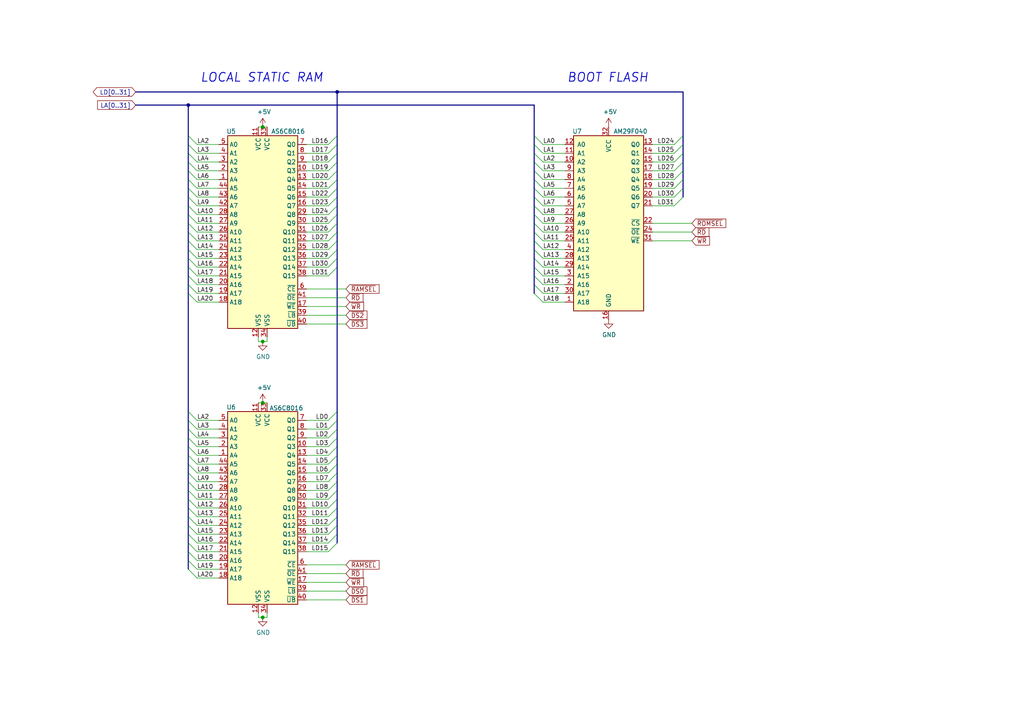
<source format=kicad_sch>
(kicad_sch (version 20231120) (generator "eeschema") (generator_version "8.0")
  (paper "A4")
  (title_block (title "k30p-VME") (rev "1"))
  (lib_symbols
    (symbol "Computie_Memory:AM29F040-J" (pin_names (offset 1.016))
      (property "Reference" "U" (at 0 0 0))
      (property "Value" "AM29F040-J" (at 0 2.54 0))
      (symbol "AM29F040-J_1_1"
        (rectangle (start -10.16 22.86) (end 10.16 -27.94) (stroke (width 0.254)) (fill (type background)))
        (pin input line (at -12.7 -25.4 0) (length 2.54) (name "A18") (number "1"))
        (pin input line (at -12.7 15.24 0) (length 2.54) (name "A2") (number "10"))
        (pin input line (at -12.7 17.78 0) (length 2.54) (name "A1") (number "11"))
        (pin input line (at -12.7 20.32 0) (length 2.54) (name "A0") (number "12"))
        (pin tri_state line (at 12.7 20.32 180) (length 2.54) (name "Q0") (number "13"))
        (pin tri_state line (at 12.7 17.78 180) (length 2.54) (name "Q1") (number "14"))
        (pin tri_state line (at 12.7 15.24 180) (length 2.54) (name "Q2") (number "15"))
        (pin power_in line (at 0 -30.48 90) (length 2.54) (name "GND") (number "16"))
        (pin tri_state line (at 12.7 12.7 180) (length 2.54) (name "Q3") (number "17"))
        (pin tri_state line (at 12.7 10.16 180) (length 2.54) (name "Q4") (number "18"))
        (pin tri_state line (at 12.7 7.62 180) (length 2.54) (name "Q5") (number "19"))
        (pin input line (at -12.7 -20.32 0) (length 2.54) (name "A16") (number "2"))
        (pin tri_state line (at 12.7 5.08 180) (length 2.54) (name "Q6") (number "20"))
        (pin tri_state line (at 12.7 2.54 180) (length 2.54) (name "Q7") (number "21"))
        (pin input line (at 12.7 -2.54 180) (length 2.54) (name "~{CS}") (number "22"))
        (pin input line (at -12.7 -5.08 0) (length 2.54) (name "A10") (number "23"))
        (pin input line (at 12.7 -5.08 180) (length 2.54) (name "~{OE}") (number "24"))
        (pin input line (at -12.7 -7.62 0) (length 2.54) (name "A11") (number "25"))
        (pin input line (at -12.7 -2.54 0) (length 2.54) (name "A9") (number "26"))
        (pin input line (at -12.7 0 0) (length 2.54) (name "A8") (number "27"))
        (pin input line (at -12.7 -12.7 0) (length 2.54) (name "A13") (number "28"))
        (pin input line (at -12.7 -15.24 0) (length 2.54) (name "A14") (number "29"))
        (pin input line (at -12.7 -17.78 0) (length 2.54) (name "A15") (number "3"))
        (pin input line (at -12.7 -22.86 0) (length 2.54) (name "A17") (number "30"))
        (pin input line (at 12.7 -7.62 180) (length 2.54) (name "~{WE}") (number "31"))
        (pin power_in line (at 0 25.4 270) (length 2.54) (name "VCC") (number "32"))
        (pin input line (at -12.7 -10.16 0) (length 2.54) (name "A12") (number "4"))
        (pin input line (at -12.7 2.54 0) (length 2.54) (name "A7") (number "5"))
        (pin input line (at -12.7 5.08 0) (length 2.54) (name "A6") (number "6"))
        (pin input line (at -12.7 7.62 0) (length 2.54) (name "A5") (number "7"))
        (pin input line (at -12.7 10.16 0) (length 2.54) (name "A4") (number "8"))
        (pin input line (at -12.7 12.7 0) (length 2.54) (name "A3") (number "9"))
      )
    )
    (symbol "Computie_Memory:AS6C8016-55ZIN"
      (property "Reference" "U" (at 0 -1.27 0))
      (property "Value" "AS6C8016-55ZIN" (at 0 1.27 0))
      (symbol "AS6C8016-55ZIN_0_0"
        (pin power_in line (at -1.27 27.94 270) (length 2.54) (name "VCC") (number "11"))
        (pin power_in line (at -1.27 -33.02 90) (length 2.54) (name "VSS") (number "12"))
        (pin power_in line (at 1.27 27.94 270) (length 2.54) (name "VCC") (number "33"))
        (pin power_in line (at 1.27 -33.02 90) (length 2.54) (name "VSS") (number "34"))
      )
      (symbol "AS6C8016-55ZIN_0_1"
        (rectangle (start -10.16 25.4) (end 10.16 -30.48) (stroke (width 0.254)) (fill (type background)))
      )
      (symbol "AS6C8016-55ZIN_1_1"
        (pin input line (at -12.7 12.7 0) (length 2.54) (name "A4") (number "1"))
        (pin tri_state line (at 12.7 15.24 180) (length 2.54) (name "Q3") (number "10"))
        (pin tri_state line (at 12.7 12.7 180) (length 2.54) (name "Q4") (number "13"))
        (pin tri_state line (at 12.7 10.16 180) (length 2.54) (name "Q5") (number "14"))
        (pin tri_state line (at 12.7 7.62 180) (length 2.54) (name "Q6") (number "15"))
        (pin tri_state line (at 12.7 5.08 180) (length 2.54) (name "Q7") (number "16"))
        (pin input line (at 12.7 -24.13 180) (length 2.54) (name "~{WE}") (number "17"))
        (pin input line (at -12.7 -22.86 0) (length 2.54) (name "A18") (number "18"))
        (pin input line (at -12.7 -20.32 0) (length 2.54) (name "A17") (number "19"))
        (pin input line (at -12.7 15.24 0) (length 2.54) (name "A3") (number "2"))
        (pin input line (at -12.7 -17.78 0) (length 2.54) (name "A16") (number "20"))
        (pin input line (at -12.7 -15.24 0) (length 2.54) (name "A15") (number "21"))
        (pin input line (at -12.7 -12.7 0) (length 2.54) (name "A14") (number "22"))
        (pin input line (at -12.7 -10.16 0) (length 2.54) (name "A13") (number "23"))
        (pin input line (at -12.7 -7.62 0) (length 2.54) (name "A12") (number "24"))
        (pin input line (at -12.7 -5.08 0) (length 2.54) (name "A11") (number "25"))
        (pin input line (at -12.7 -2.54 0) (length 2.54) (name "A10") (number "26"))
        (pin input line (at -12.7 0 0) (length 2.54) (name "A9") (number "27"))
        (pin input line (at -12.7 2.54 0) (length 2.54) (name "A8") (number "28"))
        (pin tri_state line (at 12.7 2.54 180) (length 2.54) (name "Q8") (number "29"))
        (pin input line (at -12.7 17.78 0) (length 2.54) (name "A2") (number "3"))
        (pin tri_state line (at 12.7 0 180) (length 2.54) (name "Q9") (number "30"))
        (pin tri_state line (at 12.7 -2.54 180) (length 2.54) (name "Q10") (number "31"))
        (pin tri_state line (at 12.7 -5.08 180) (length 2.54) (name "Q11") (number "32"))
        (pin tri_state line (at 12.7 -7.62 180) (length 2.54) (name "Q12") (number "35"))
        (pin tri_state line (at 12.7 -10.16 180) (length 2.54) (name "Q13") (number "36"))
        (pin tri_state line (at 12.7 -12.7 180) (length 2.54) (name "Q14") (number "37"))
        (pin tri_state line (at 12.7 -15.24 180) (length 2.54) (name "Q15") (number "38"))
        (pin input line (at 12.7 -26.67 180) (length 2.54) (name "~{LB}") (number "39"))
        (pin input line (at -12.7 20.32 0) (length 2.54) (name "A1") (number "4"))
        (pin input line (at 12.7 -29.21 180) (length 2.54) (name "~{UB}") (number "40"))
        (pin input line (at 12.7 -21.59 180) (length 2.54) (name "~{OE}") (number "41"))
        (pin input line (at -12.7 5.08 0) (length 2.54) (name "A7") (number "42"))
        (pin input line (at -12.7 7.62 0) (length 2.54) (name "A6") (number "43"))
        (pin input line (at -12.7 10.16 0) (length 2.54) (name "A5") (number "44"))
        (pin input line (at -12.7 22.86 0) (length 2.54) (name "A0") (number "5"))
        (pin input line (at 12.7 -19.05 180) (length 2.54) (name "~{CE}") (number "6"))
        (pin tri_state line (at 12.7 22.86 180) (length 2.54) (name "Q0") (number "7"))
        (pin tri_state line (at 12.7 20.32 180) (length 2.54) (name "Q1") (number "8"))
        (pin tri_state line (at 12.7 17.78 180) (length 2.54) (name "Q2") (number "9"))
      )
    )
    (symbol "power:+5V" (power) (pin_numbers hide) (pin_names (offset 0) hide)
      (property "Value" "+5V" (at 0 3.556 0))
      (symbol "+5V_0_1"
        (polyline (pts (xy -0.762 1.27) (xy 0 2.54)))
        (polyline (pts (xy 0 0) (xy 0 2.54)))
        (polyline (pts (xy 0 2.54) (xy 0.762 1.27)))
      )
      (symbol "+5V_1_1"
        (pin power_in line (at 0 0 90) (length 0) (name "~") (number "1"))
      )
    )
    (symbol "power:GND" (power) (pin_numbers hide) (pin_names (offset 0) hide)
      (property "Value" "GND" (at 0 -3.81 0))
      (symbol "GND_0_1"
        (polyline (pts (xy 0 0) (xy 0 -1.27) (xy 1.27 -1.27) (xy 0 -2.54) (xy -1.27 -1.27) (xy 0 -1.27)))
      )
      (symbol "GND_1_1"
        (pin power_in line (at 0 0 270) (length 0) (name "~") (number "1"))
      )
    )
  )
  (junction (at 54.61 30.48))
  (junction (at 97.79 26.67))
  (junction (at 76.2 99.06))
  (junction (at 76.2 36.83))
  (junction (at 76.2 179.07))
  (junction (at 76.2 116.84))
  (bus_entry (at 54.61 49.53) (size 2.54 2.54))
  (bus_entry (at 195.58 46.99) (size 2.54 -2.54))
  (bus_entry (at 154.94 67.31) (size 2.54 2.54))
  (bus_entry (at 95.25 54.61) (size 2.54 -2.54))
  (bus_entry (at 154.94 39.37) (size 2.54 2.54))
  (bus_entry (at 54.61 154.94) (size 2.54 2.54))
  (bus_entry (at 95.25 44.45) (size 2.54 -2.54))
  (bus_entry (at 95.25 77.47) (size 2.54 -2.54))
  (bus_entry (at 54.61 162.56) (size 2.54 2.54))
  (bus_entry (at 154.94 62.23) (size 2.54 2.54))
  (bus_entry (at 95.25 127) (size 2.54 -2.54))
  (bus_entry (at 54.61 62.23) (size 2.54 2.54))
  (bus_entry (at 95.25 121.92) (size 2.54 -2.54))
  (bus_entry (at 154.94 52.07) (size 2.54 2.54))
  (bus_entry (at 195.58 52.07) (size 2.54 -2.54))
  (bus_entry (at 95.25 72.39) (size 2.54 -2.54))
  (bus_entry (at 95.25 149.86) (size 2.54 -2.54))
  (bus_entry (at 54.61 165.1) (size 2.54 2.54))
  (bus_entry (at 54.61 127) (size 2.54 2.54))
  (bus_entry (at 154.94 44.45) (size 2.54 2.54))
  (bus_entry (at 54.61 134.62) (size 2.54 2.54))
  (bus_entry (at 54.61 52.07) (size 2.54 2.54))
  (bus_entry (at 54.61 147.32) (size 2.54 2.54))
  (bus_entry (at 54.61 46.99) (size 2.54 2.54))
  (bus_entry (at 95.25 69.85) (size 2.54 -2.54))
  (bus_entry (at 154.94 72.39) (size 2.54 2.54))
  (bus_entry (at 154.94 59.69) (size 2.54 2.54))
  (bus_entry (at 54.61 82.55) (size 2.54 2.54))
  (bus_entry (at 54.61 69.85) (size 2.54 2.54))
  (bus_entry (at 95.25 80.01) (size 2.54 -2.54))
  (bus_entry (at 54.61 59.69) (size 2.54 2.54))
  (bus_entry (at 95.25 129.54) (size 2.54 -2.54))
  (bus_entry (at 195.58 54.61) (size 2.54 -2.54))
  (bus_entry (at 95.25 64.77) (size 2.54 -2.54))
  (bus_entry (at 95.25 152.4) (size 2.54 -2.54))
  (bus_entry (at 54.61 160.02) (size 2.54 2.54))
  (bus_entry (at 154.94 82.55) (size 2.54 2.54))
  (bus_entry (at 95.25 132.08) (size 2.54 -2.54))
  (bus_entry (at 95.25 139.7) (size 2.54 -2.54))
  (bus_entry (at 54.61 124.46) (size 2.54 2.54))
  (bus_entry (at 154.94 77.47) (size 2.54 2.54))
  (bus_entry (at 54.61 157.48) (size 2.54 2.54))
  (bus_entry (at 54.61 80.01) (size 2.54 2.54))
  (bus_entry (at 54.61 67.31) (size 2.54 2.54))
  (bus_entry (at 95.25 52.07) (size 2.54 -2.54))
  (bus_entry (at 54.61 119.38) (size 2.54 2.54))
  (bus_entry (at 95.25 46.99) (size 2.54 -2.54))
  (bus_entry (at 154.94 74.93) (size 2.54 2.54))
  (bus_entry (at 54.61 44.45) (size 2.54 2.54))
  (bus_entry (at 95.25 137.16) (size 2.54 -2.54))
  (bus_entry (at 95.25 41.91) (size 2.54 -2.54))
  (bus_entry (at 154.94 64.77) (size 2.54 2.54))
  (bus_entry (at 54.61 41.91) (size 2.54 2.54))
  (bus_entry (at 54.61 85.09) (size 2.54 2.54))
  (bus_entry (at 54.61 39.37) (size 2.54 2.54))
  (bus_entry (at 54.61 129.54) (size 2.54 2.54))
  (bus_entry (at 154.94 80.01) (size 2.54 2.54))
  (bus_entry (at 95.25 147.32) (size 2.54 -2.54))
  (bus_entry (at 54.61 142.24) (size 2.54 2.54))
  (bus_entry (at 154.94 46.99) (size 2.54 2.54))
  (bus_entry (at 154.94 57.15) (size 2.54 2.54))
  (bus_entry (at 54.61 72.39) (size 2.54 2.54))
  (bus_entry (at 154.94 69.85) (size 2.54 2.54))
  (bus_entry (at 95.25 157.48) (size 2.54 -2.54))
  (bus_entry (at 54.61 152.4) (size 2.54 2.54))
  (bus_entry (at 54.61 139.7) (size 2.54 2.54))
  (bus_entry (at 54.61 64.77) (size 2.54 2.54))
  (bus_entry (at 54.61 149.86) (size 2.54 2.54))
  (bus_entry (at 54.61 121.92) (size 2.54 2.54))
  (bus_entry (at 195.58 41.91) (size 2.54 -2.54))
  (bus_entry (at 95.25 67.31) (size 2.54 -2.54))
  (bus_entry (at 54.61 137.16) (size 2.54 2.54))
  (bus_entry (at 95.25 59.69) (size 2.54 -2.54))
  (bus_entry (at 95.25 160.02) (size 2.54 -2.54))
  (bus_entry (at 95.25 49.53) (size 2.54 -2.54))
  (bus_entry (at 195.58 44.45) (size 2.54 -2.54))
  (bus_entry (at 195.58 59.69) (size 2.54 -2.54))
  (bus_entry (at 95.25 124.46) (size 2.54 -2.54))
  (bus_entry (at 95.25 74.93) (size 2.54 -2.54))
  (bus_entry (at 95.25 62.23) (size 2.54 -2.54))
  (bus_entry (at 154.94 85.09) (size 2.54 2.54))
  (bus_entry (at 54.61 132.08) (size 2.54 2.54))
  (bus_entry (at 95.25 134.62) (size 2.54 -2.54))
  (bus_entry (at 195.58 49.53) (size 2.54 -2.54))
  (bus_entry (at 154.94 54.61) (size 2.54 2.54))
  (bus_entry (at 54.61 74.93) (size 2.54 2.54))
  (bus_entry (at 154.94 49.53) (size 2.54 2.54))
  (bus_entry (at 95.25 57.15) (size 2.54 -2.54))
  (bus_entry (at 54.61 57.15) (size 2.54 2.54))
  (bus_entry (at 95.25 144.78) (size 2.54 -2.54))
  (bus_entry (at 195.58 57.15) (size 2.54 -2.54))
  (bus_entry (at 95.25 154.94) (size 2.54 -2.54))
  (bus_entry (at 95.25 142.24) (size 2.54 -2.54))
  (bus_entry (at 54.61 77.47) (size 2.54 2.54))
  (bus_entry (at 154.94 41.91) (size 2.54 2.54))
  (bus_entry (at 54.61 54.61) (size 2.54 2.54))
  (bus_entry (at 54.61 144.78) (size 2.54 2.54))
  (bus (pts (xy 54.61 121.92) (xy 54.61 124.46)))
  (wire (pts (xy 88.9 142.24) (xy 95.25 142.24)))
  (bus (pts (xy 97.79 26.67) (xy 97.79 39.37)))
  (wire (pts (xy 88.9 163.83) (xy 100.33 163.83)))
  (wire (pts (xy 57.15 165.1) (xy 63.5 165.1)))
  (wire (pts (xy 57.15 154.94) (xy 63.5 154.94)))
  (bus (pts (xy 97.79 72.39) (xy 97.79 74.93)))
  (bus (pts (xy 97.79 152.4) (xy 97.79 154.94)))
  (wire (pts (xy 88.9 166.37) (xy 100.33 166.37)))
  (wire (pts (xy 157.48 85.09) (xy 163.83 85.09)))
  (bus (pts (xy 154.94 64.77) (xy 154.94 67.31)))
  (bus (pts (xy 54.61 127) (xy 54.61 129.54)))
  (wire (pts (xy 57.15 142.24) (xy 63.5 142.24)))
  (wire (pts (xy 88.9 124.46) (xy 95.25 124.46)))
  (bus (pts (xy 54.61 64.77) (xy 54.61 67.31)))
  (bus (pts (xy 154.94 80.01) (xy 154.94 82.55)))
  (bus (pts (xy 198.12 39.37) (xy 198.12 41.91)))
  (wire (pts (xy 157.48 82.55) (xy 163.83 82.55)))
  (wire (pts (xy 57.15 44.45) (xy 63.5 44.45)))
  (bus (pts (xy 97.79 124.46) (xy 97.79 127)))
  (wire (pts (xy 88.9 74.93) (xy 95.25 74.93)))
  (wire (pts (xy 88.9 132.08) (xy 95.25 132.08)))
  (wire (pts (xy 57.15 167.64) (xy 63.5 167.64)))
  (bus (pts (xy 97.79 54.61) (xy 97.79 57.15)))
  (wire (pts (xy 88.9 80.01) (xy 95.25 80.01)))
  (wire (pts (xy 57.15 147.32) (xy 63.5 147.32)))
  (bus (pts (xy 154.94 41.91) (xy 154.94 44.45)))
  (wire (pts (xy 88.9 86.36) (xy 100.33 86.36)))
  (bus (pts (xy 54.61 147.32) (xy 54.61 149.86)))
  (wire (pts (xy 157.48 80.01) (xy 163.83 80.01)))
  (bus (pts (xy 154.94 30.48) (xy 154.94 39.37)))
  (wire (pts (xy 57.15 52.07) (xy 63.5 52.07)))
  (wire (pts (xy 157.48 87.63) (xy 163.83 87.63)))
  (bus (pts (xy 97.79 132.08) (xy 97.79 134.62)))
  (bus (pts (xy 54.61 39.37) (xy 54.61 41.91)))
  (bus (pts (xy 198.12 54.61) (xy 198.12 57.15)))
  (wire (pts (xy 88.9 168.91) (xy 100.33 168.91)))
  (bus (pts (xy 54.61 30.48) (xy 54.61 39.37)))
  (wire (pts (xy 88.9 152.4) (xy 95.25 152.4)))
  (wire (pts (xy 157.48 67.31) (xy 163.83 67.31)))
  (wire (pts (xy 88.9 46.99) (xy 95.25 46.99)))
  (bus (pts (xy 54.61 67.31) (xy 54.61 69.85)))
  (bus (pts (xy 97.79 41.91) (xy 97.79 44.45)))
  (bus (pts (xy 54.61 154.94) (xy 54.61 157.48)))
  (bus (pts (xy 97.79 39.37) (xy 97.79 41.91)))
  (bus (pts (xy 97.79 46.99) (xy 97.79 49.53)))
  (wire (pts (xy 57.15 129.54) (xy 63.5 129.54)))
  (bus (pts (xy 54.61 119.38) (xy 54.61 121.92)))
  (bus (pts (xy 198.12 44.45) (xy 198.12 46.99)))
  (bus (pts (xy 54.61 49.53) (xy 54.61 52.07)))
  (wire (pts (xy 74.93 36.83) (xy 76.2 36.83)))
  (bus (pts (xy 97.79 119.38) (xy 97.79 121.92)))
  (bus (pts (xy 54.61 69.85) (xy 54.61 72.39)))
  (wire (pts (xy 74.93 99.06) (xy 76.2 99.06)))
  (bus (pts (xy 154.94 82.55) (xy 154.94 85.09)))
  (wire (pts (xy 88.9 171.45) (xy 100.33 171.45)))
  (bus (pts (xy 54.61 57.15) (xy 54.61 59.69)))
  (wire (pts (xy 157.48 72.39) (xy 163.83 72.39)))
  (wire (pts (xy 88.9 134.62) (xy 95.25 134.62)))
  (wire (pts (xy 189.23 67.31) (xy 200.66 67.31)))
  (bus (pts (xy 154.94 57.15) (xy 154.94 59.69)))
  (wire (pts (xy 157.48 59.69) (xy 163.83 59.69)))
  (bus (pts (xy 54.61 52.07) (xy 54.61 54.61)))
  (wire (pts (xy 57.15 162.56) (xy 63.5 162.56)))
  (bus (pts (xy 97.79 69.85) (xy 97.79 72.39)))
  (wire (pts (xy 76.2 99.06) (xy 77.47 99.06)))
  (bus (pts (xy 54.61 72.39) (xy 54.61 74.93)))
  (bus (pts (xy 154.94 72.39) (xy 154.94 74.93)))
  (wire (pts (xy 57.15 127) (xy 63.5 127)))
  (wire (pts (xy 88.9 157.48) (xy 95.25 157.48)))
  (wire (pts (xy 77.47 99.06) (xy 77.47 97.79)))
  (bus (pts (xy 154.94 44.45) (xy 154.94 46.99)))
  (wire (pts (xy 88.9 173.99) (xy 100.33 173.99)))
  (bus (pts (xy 54.61 30.48) (xy 39.37 30.48)))
  (bus (pts (xy 54.61 134.62) (xy 54.61 137.16)))
  (wire (pts (xy 189.23 54.61) (xy 195.58 54.61)))
  (bus (pts (xy 54.61 44.45) (xy 54.61 46.99)))
  (wire (pts (xy 88.9 91.44) (xy 100.33 91.44)))
  (bus (pts (xy 97.79 62.23) (xy 97.79 64.77)))
  (wire (pts (xy 88.9 72.39) (xy 95.25 72.39)))
  (bus (pts (xy 97.79 77.47) (xy 97.79 119.38)))
  (bus (pts (xy 54.61 157.48) (xy 54.61 160.02)))
  (wire (pts (xy 88.9 77.47) (xy 95.25 77.47)))
  (bus (pts (xy 54.61 139.7) (xy 54.61 142.24)))
  (wire (pts (xy 88.9 88.9) (xy 100.33 88.9)))
  (bus (pts (xy 54.61 132.08) (xy 54.61 134.62)))
  (wire (pts (xy 57.15 87.63) (xy 63.5 87.63)))
  (wire (pts (xy 189.23 57.15) (xy 195.58 57.15)))
  (wire (pts (xy 157.48 41.91) (xy 163.83 41.91)))
  (wire (pts (xy 88.9 49.53) (xy 95.25 49.53)))
  (wire (pts (xy 57.15 72.39) (xy 63.5 72.39)))
  (wire (pts (xy 88.9 59.69) (xy 95.25 59.69)))
  (bus (pts (xy 97.79 147.32) (xy 97.79 149.86)))
  (bus (pts (xy 97.79 44.45) (xy 97.79 46.99)))
  (wire (pts (xy 57.15 157.48) (xy 63.5 157.48)))
  (bus (pts (xy 154.94 39.37) (xy 154.94 41.91)))
  (wire (pts (xy 57.15 85.09) (xy 63.5 85.09)))
  (bus (pts (xy 154.94 59.69) (xy 154.94 62.23)))
  (bus (pts (xy 54.61 41.91) (xy 54.61 44.45)))
  (wire (pts (xy 88.9 121.92) (xy 95.25 121.92)))
  (wire (pts (xy 74.93 177.8) (xy 74.93 179.07)))
  (wire (pts (xy 57.15 149.86) (xy 63.5 149.86)))
  (bus (pts (xy 97.79 149.86) (xy 97.79 152.4)))
  (wire (pts (xy 57.15 62.23) (xy 63.5 62.23)))
  (wire (pts (xy 88.9 69.85) (xy 95.25 69.85)))
  (bus (pts (xy 97.79 154.94) (xy 97.79 157.48)))
  (wire (pts (xy 88.9 54.61) (xy 95.25 54.61)))
  (wire (pts (xy 157.48 49.53) (xy 163.83 49.53)))
  (bus (pts (xy 97.79 57.15) (xy 97.79 59.69)))
  (bus (pts (xy 97.79 59.69) (xy 97.79 62.23)))
  (wire (pts (xy 76.2 36.83) (xy 77.47 36.83)))
  (bus (pts (xy 54.61 46.99) (xy 54.61 49.53)))
  (wire (pts (xy 77.47 116.84) (xy 76.2 116.84)))
  (bus (pts (xy 198.12 46.99) (xy 198.12 49.53)))
  (wire (pts (xy 157.48 57.15) (xy 163.83 57.15)))
  (wire (pts (xy 88.9 144.78) (xy 95.25 144.78)))
  (wire (pts (xy 74.93 116.84) (xy 76.2 116.84)))
  (wire (pts (xy 57.15 67.31) (xy 63.5 67.31)))
  (bus (pts (xy 54.61 160.02) (xy 54.61 162.56)))
  (bus (pts (xy 154.94 30.48) (xy 54.61 30.48)))
  (wire (pts (xy 88.9 64.77) (xy 95.25 64.77)))
  (bus (pts (xy 97.79 127) (xy 97.79 129.54)))
  (bus (pts (xy 54.61 129.54) (xy 54.61 132.08)))
  (bus (pts (xy 54.61 144.78) (xy 54.61 147.32)))
  (bus (pts (xy 97.79 139.7) (xy 97.79 142.24)))
  (wire (pts (xy 88.9 57.15) (xy 95.25 57.15)))
  (bus (pts (xy 154.94 46.99) (xy 154.94 49.53)))
  (bus (pts (xy 54.61 124.46) (xy 54.61 127)))
  (wire (pts (xy 157.48 62.23) (xy 163.83 62.23)))
  (bus (pts (xy 154.94 62.23) (xy 154.94 64.77)))
  (wire (pts (xy 88.9 67.31) (xy 95.25 67.31)))
  (wire (pts (xy 57.15 69.85) (xy 63.5 69.85)))
  (wire (pts (xy 57.15 144.78) (xy 63.5 144.78)))
  (bus (pts (xy 97.79 129.54) (xy 97.79 132.08)))
  (wire (pts (xy 57.15 49.53) (xy 63.5 49.53)))
  (wire (pts (xy 157.48 54.61) (xy 163.83 54.61)))
  (bus (pts (xy 54.61 77.47) (xy 54.61 80.01)))
  (wire (pts (xy 88.9 149.86) (xy 95.25 149.86)))
  (wire (pts (xy 189.23 41.91) (xy 195.58 41.91)))
  (wire (pts (xy 57.15 77.47) (xy 63.5 77.47)))
  (wire (pts (xy 57.15 41.91) (xy 63.5 41.91)))
  (bus (pts (xy 97.79 64.77) (xy 97.79 67.31)))
  (bus (pts (xy 54.61 137.16) (xy 54.61 139.7)))
  (wire (pts (xy 157.48 44.45) (xy 163.83 44.45)))
  (wire (pts (xy 88.9 44.45) (xy 95.25 44.45)))
  (wire (pts (xy 57.15 132.08) (xy 63.5 132.08)))
  (bus (pts (xy 198.12 52.07) (xy 198.12 54.61)))
  (bus (pts (xy 198.12 49.53) (xy 198.12 52.07)))
  (bus (pts (xy 54.61 152.4) (xy 54.61 154.94)))
  (bus (pts (xy 54.61 82.55) (xy 54.61 85.09)))
  (wire (pts (xy 57.15 82.55) (xy 63.5 82.55)))
  (wire (pts (xy 76.2 179.07) (xy 77.47 179.07)))
  (wire (pts (xy 57.15 134.62) (xy 63.5 134.62)))
  (wire (pts (xy 57.15 64.77) (xy 63.5 64.77)))
  (bus (pts (xy 54.61 149.86) (xy 54.61 152.4)))
  (wire (pts (xy 57.15 152.4) (xy 63.5 152.4)))
  (bus (pts (xy 54.61 59.69) (xy 54.61 62.23)))
  (bus (pts (xy 154.94 49.53) (xy 154.94 52.07)))
  (wire (pts (xy 189.23 52.07) (xy 195.58 52.07)))
  (bus (pts (xy 97.79 134.62) (xy 97.79 137.16)))
  (bus (pts (xy 97.79 49.53) (xy 97.79 52.07)))
  (bus (pts (xy 97.79 121.92) (xy 97.79 124.46)))
  (wire (pts (xy 77.47 179.07) (xy 77.47 177.8)))
  (wire (pts (xy 189.23 49.53) (xy 195.58 49.53)))
  (wire (pts (xy 57.15 139.7) (xy 63.5 139.7)))
  (wire (pts (xy 57.15 121.92) (xy 63.5 121.92)))
  (wire (pts (xy 88.9 160.02) (xy 95.25 160.02)))
  (wire (pts (xy 189.23 59.69) (xy 195.58 59.69)))
  (wire (pts (xy 88.9 129.54) (xy 95.25 129.54)))
  (bus (pts (xy 154.94 77.47) (xy 154.94 80.01)))
  (bus (pts (xy 198.12 41.91) (xy 198.12 44.45)))
  (bus (pts (xy 97.79 144.78) (xy 97.79 147.32)))
  (bus (pts (xy 54.61 162.56) (xy 54.61 165.1)))
  (wire (pts (xy 157.48 52.07) (xy 163.83 52.07)))
  (bus (pts (xy 97.79 67.31) (xy 97.79 69.85)))
  (wire (pts (xy 74.93 179.07) (xy 76.2 179.07)))
  (wire (pts (xy 57.15 74.93) (xy 63.5 74.93)))
  (wire (pts (xy 88.9 52.07) (xy 95.25 52.07)))
  (wire (pts (xy 189.23 44.45) (xy 195.58 44.45)))
  (wire (pts (xy 88.9 137.16) (xy 95.25 137.16)))
  (bus (pts (xy 54.61 74.93) (xy 54.61 77.47)))
  (wire (pts (xy 88.9 62.23) (xy 95.25 62.23)))
  (wire (pts (xy 157.48 64.77) (xy 163.83 64.77)))
  (wire (pts (xy 157.48 74.93) (xy 163.83 74.93)))
  (wire (pts (xy 57.15 137.16) (xy 63.5 137.16)))
  (wire (pts (xy 74.93 97.79) (xy 74.93 99.06)))
  (bus (pts (xy 97.79 142.24) (xy 97.79 144.78)))
  (bus (pts (xy 154.94 69.85) (xy 154.94 72.39)))
  (wire (pts (xy 88.9 147.32) (xy 95.25 147.32)))
  (bus (pts (xy 97.79 74.93) (xy 97.79 77.47)))
  (wire (pts (xy 57.15 46.99) (xy 63.5 46.99)))
  (wire (pts (xy 57.15 124.46) (xy 63.5 124.46)))
  (wire (pts (xy 57.15 80.01) (xy 63.5 80.01)))
  (wire (pts (xy 157.48 77.47) (xy 163.83 77.47)))
  (bus (pts (xy 154.94 52.07) (xy 154.94 54.61)))
  (bus (pts (xy 54.61 62.23) (xy 54.61 64.77)))
  (bus (pts (xy 97.79 137.16) (xy 97.79 139.7)))
  (wire (pts (xy 189.23 46.99) (xy 195.58 46.99)))
  (wire (pts (xy 88.9 41.91) (xy 95.25 41.91)))
  (wire (pts (xy 157.48 69.85) (xy 163.83 69.85)))
  (bus (pts (xy 97.79 26.67) (xy 39.37 26.67)))
  (wire (pts (xy 57.15 160.02) (xy 63.5 160.02)))
  (wire (pts (xy 157.48 46.99) (xy 163.83 46.99)))
  (wire (pts (xy 88.9 93.98) (xy 100.33 93.98)))
  (bus (pts (xy 97.79 52.07) (xy 97.79 54.61)))
  (wire (pts (xy 88.9 83.82) (xy 100.33 83.82)))
  (wire (pts (xy 88.9 127) (xy 95.25 127)))
  (wire (pts (xy 88.9 154.94) (xy 95.25 154.94)))
  (bus (pts (xy 154.94 67.31) (xy 154.94 69.85)))
  (bus (pts (xy 154.94 74.93) (xy 154.94 77.47)))
  (bus (pts (xy 54.61 85.09) (xy 54.61 119.38)))
  (wire (pts (xy 57.15 54.61) (xy 63.5 54.61)))
  (bus (pts (xy 198.12 26.67) (xy 97.79 26.67)))
  (wire (pts (xy 57.15 59.69) (xy 63.5 59.69)))
  (bus (pts (xy 54.61 54.61) (xy 54.61 57.15)))
  (bus (pts (xy 54.61 142.24) (xy 54.61 144.78)))
  (bus (pts (xy 198.12 26.67) (xy 198.12 39.37)))
  (bus (pts (xy 154.94 54.61) (xy 154.94 57.15)))
  (bus (pts (xy 54.61 80.01) (xy 54.61 82.55)))
  (wire (pts (xy 57.15 57.15) (xy 63.5 57.15)))
  (wire (pts (xy 88.9 139.7) (xy 95.25 139.7)))
  (wire (pts (xy 189.23 69.85) (xy 200.66 69.85)))
  (wire (pts (xy 189.23 64.77) (xy 200.66 64.77)))
  (text "LOCAL STATIC RAM" (at 75.946 24.13 0) (effects (font (size 2.56 2.56) (thickness 0.254) (bold yes) (italic yes)) (justify bottom)))
  (text "BOOT FLASH" (at 176.276 24.13 0) (effects (font (size 2.56 2.56) (thickness 0.254) (bold yes) (italic yes)) (justify bottom)))
  (label "LD10" (at 95.25 147.32 180))
  (label "LA5" (at 157.48 54.61 0))
  (label "LA5" (at 57.15 129.54 0))
  (label "LA8" (at 57.15 57.15 0))
  (label "LA18" (at 57.15 82.55 0))
  (label "LA10" (at 57.15 62.23 0))
  (label "LA17" (at 157.48 85.09 0))
  (label "LD24" (at 95.25 62.23 180))
  (label "LD5" (at 95.25 134.62 180))
  (label "LA20" (at 57.15 167.64 0))
  (label "LD4" (at 95.25 132.08 180))
  (label "LA7" (at 157.48 59.69 0))
  (label "LA3" (at 57.15 44.45 0))
  (label "LD6" (at 95.25 137.16 180))
  (label "LD13" (at 95.25 154.94 180))
  (label "LD25" (at 195.58 44.45 180))
  (label "LA14" (at 57.15 72.39 0))
  (label "LA3" (at 57.15 124.46 0))
  (label "LD7" (at 95.25 139.7 180))
  (label "LD9" (at 95.25 144.78 180))
  (label "LD22" (at 95.25 57.15 180))
  (label "LA11" (at 57.15 64.77 0))
  (label "LD24" (at 195.58 41.91 180))
  (label "LA1" (at 157.48 44.45 0))
  (label "LD15" (at 95.25 160.02 180))
  (label "LA15" (at 57.15 154.94 0))
  (label "LA2" (at 57.15 41.91 0))
  (label "LD17" (at 95.25 44.45 180))
  (label "LA16" (at 157.48 82.55 0))
  (label "LA15" (at 157.48 80.01 0))
  (label "LD31" (at 95.25 80.01 180))
  (label "LA15" (at 57.15 74.93 0))
  (label "LD3" (at 95.25 129.54 180))
  (label "LA2" (at 157.48 46.99 0))
  (label "LA11" (at 157.48 69.85 0))
  (label "LA11" (at 57.15 144.78 0))
  (label "LA14" (at 57.15 152.4 0))
  (label "LA12" (at 57.15 147.32 0))
  (label "LA17" (at 57.15 80.01 0))
  (label "LD29" (at 95.25 74.93 180))
  (label "LA0" (at 157.48 41.91 0))
  (label "LD27" (at 195.58 49.53 180))
  (label "LA10" (at 57.15 142.24 0))
  (label "LD28" (at 195.58 52.07 180))
  (label "LA14" (at 157.48 77.47 0))
  (label "LD0" (at 95.25 121.92 180))
  (label "LD21" (at 95.25 54.61 180))
  (label "LA7" (at 57.15 54.61 0))
  (label "LD8" (at 95.25 142.24 180))
  (label "LA13" (at 157.48 74.93 0))
  (label "LA12" (at 157.48 72.39 0))
  (label "LD28" (at 95.25 72.39 180))
  (label "LA4" (at 57.15 46.99 0))
  (label "LA8" (at 57.15 137.16 0))
  (label "LD31" (at 195.58 59.69 180))
  (label "LD18" (at 95.25 46.99 180))
  (label "LA7" (at 57.15 134.62 0))
  (label "LD14" (at 95.25 157.48 180))
  (label "LD11" (at 95.25 149.86 180))
  (label "LA18" (at 157.48 87.63 0))
  (label "LA10" (at 157.48 67.31 0))
  (label "LD2" (at 95.25 127 180))
  (label "LA4" (at 157.48 52.07 0))
  (label "LA9" (at 57.15 59.69 0))
  (label "LD23" (at 95.25 59.69 180))
  (label "LD26" (at 195.58 46.99 180))
  (label "LA20" (at 57.15 87.63 0))
  (label "LD1" (at 95.25 124.46 180))
  (label "LA13" (at 57.15 69.85 0))
  (label "LA16" (at 57.15 157.48 0))
  (label "LA19" (at 57.15 85.09 0))
  (label "LD16" (at 95.25 41.91 180))
  (label "LD20" (at 95.25 52.07 180))
  (label "LA19" (at 57.15 165.1 0))
  (label "LD19" (at 95.25 49.53 180))
  (label "LA3" (at 157.48 49.53 0))
  (label "LA9" (at 157.48 64.77 0))
  (label "LD30" (at 95.25 77.47 180))
  (label "LA16" (at 57.15 77.47 0))
  (label "LA6" (at 57.15 132.08 0))
  (label "LA6" (at 157.48 57.15 0))
  (label "LA5" (at 57.15 49.53 0))
  (label "LD30" (at 195.58 57.15 180))
  (label "LA4" (at 57.15 127 0))
  (label "LA17" (at 57.15 160.02 0))
  (label "LA12" (at 57.15 67.31 0))
  (label "LA6" (at 57.15 52.07 0))
  (label "LA8" (at 157.48 62.23 0))
  (label "LA2" (at 57.15 121.92 0))
  (label "LD12" (at 95.25 152.4 180))
  (label "LA18" (at 57.15 162.56 0))
  (label "LD26" (at 95.25 67.31 180))
  (label "LA13" (at 57.15 149.86 0))
  (label "LD25" (at 95.25 64.77 180))
  (label "LD29" (at 195.58 54.61 180))
  (label "LD27" (at 95.25 69.85 180))
  (label "LA9" (at 57.15 139.7 0))
  (global_label "~{RAMSEL}" (shape input) (at 100.33 83.82 0) (property "Intersheetrefs" "${INTERSHEET_REFS}" (at 110.5118 83.82 0) (effects (justify left))))
  (global_label "~{RAMSEL}" (shape input) (at 100.33 163.83 0) (property "Intersheetrefs" "${INTERSHEET_REFS}" (at 110.5118 163.83 0) (effects (justify left))))
  (global_label "~{DS3}" (shape input) (at 100.33 93.98 0) (property "Intersheetrefs" "${INTERSHEET_REFS}" (at 107.0042 93.98 0) (effects (justify left))))
  (global_label "~{RD}" (shape input) (at 100.33 166.37 0) (property "Intersheetrefs" "${INTERSHEET_REFS}" (at 105.8552 166.37 0) (effects (justify left))))
  (global_label "~{DS2}" (shape input) (at 100.33 91.44 0) (property "Intersheetrefs" "${INTERSHEET_REFS}" (at 107.0042 91.44 0) (effects (justify left))))
  (global_label "~{DS1}" (shape input) (at 100.33 173.99 0) (property "Intersheetrefs" "${INTERSHEET_REFS}" (at 107.0042 173.99 0) (effects (justify left))))
  (global_label "~{DS0}" (shape input) (at 100.33 171.45 0) (property "Intersheetrefs" "${INTERSHEET_REFS}" (at 107.0042 171.45 0) (effects (justify left))))
  (global_label "~{WR}" (shape input) (at 100.33 168.91 0) (property "Intersheetrefs" "${INTERSHEET_REFS}" (at 106.0366 168.91 0) (effects (justify left))))
  (global_label "~{WR}" (shape input) (at 100.33 88.9 0) (property "Intersheetrefs" "${INTERSHEET_REFS}" (at 106.0366 88.9 0) (effects (justify left))))
  (global_label "~{WR}" (shape input) (at 200.66 69.85 0) (property "Intersheetrefs" "${INTERSHEET_REFS}" (at 206.3666 69.85 0) (effects (justify left))))
  (global_label "~{RD}" (shape input) (at 200.66 67.31 0) (property "Intersheetrefs" "${INTERSHEET_REFS}" (at 206.1852 67.31 0) (effects (justify left))))
  (global_label "LA[0..31]" (shape input) (at 39.37 30.48 180) (property "Intersheetrefs" "${INTERSHEET_REFS}" (at 27.7366 30.48 0) (effects (justify right))))
  (global_label "~{RD}" (shape input) (at 100.33 86.36 0) (property "Intersheetrefs" "${INTERSHEET_REFS}" (at 105.8552 86.36 0) (effects (justify left))))
  (global_label "LD[0..31]" (shape bidirectional) (at 39.37 26.67 180) (property "Intersheetrefs" "${INTERSHEET_REFS}" (at 26.4439 26.67 0) (effects (justify right))))
  (global_label "~{ROMSEL}" (shape input) (at 200.66 64.77 0) (property "Intersheetrefs" "${INTERSHEET_REFS}" (at 211.0837 64.77 0) (effects (justify left))))
  (symbol (lib_id "Computie_Memory:AS6C8016-55ZIN") (at 76.2 64.77 0) (unit 1)
    (property "Reference" "U5" (at 67.056 38.1 0))
    (property "Value" "AS6C8016" (at 83.566 38.1 0))
    (property "Footprint" "Package_SO:TSOP-II-44_10.16x18.41mm_P0.8mm" (effects (hide yes)))
    (property "Datasheet" "https://www.alliancememory.com/wp-content/uploads/pdf/lp_sram/AS6C8016.pdf" (effects (hide yes)))
    (property "Description" "512K x 8 High-Speed CMOS Static RAM, 55/70ns, TSSOP-II 44" (effects (hide yes)))
    (instances (project "IVC-k30" (path "" (reference "U5") (unit 1))) (project "k30-SBC" (path "" (reference "U14") (unit 1))))
  )
  (symbol (lib_id "Computie_Memory:AS6C8016-55ZIN") (at 76.2 144.78 0) (unit 1)
    (property "Reference" "U6" (at 67.056 118.11 0))
    (property "Value" "AS6C8016" (at 83.058 118.364 0))
    (property "Footprint" "Package_SO:TSOP-II-44_10.16x18.41mm_P0.8mm" (effects (hide yes)))
    (property "Datasheet" "https://www.alliancememory.com/wp-content/uploads/pdf/lp_sram/AS6C8016.pdf" (effects (hide yes)))
    (property "Description" "512K x 8 High-Speed CMOS Static RAM, 55/70ns, TSSOP-II 44" (effects (hide yes)))
    (instances (project "IVC-k30" (path "" (reference "U6") (unit 1))) (project "k30-SBC" (path "" (reference "U15") (unit 1))))
  )
  (symbol (lib_id "power:+5V") (at 76.2 36.83 0) (unit 1)
    (property "Reference" "#PWR019" (effects (hide yes)))
    (property "Value" "+5V" (at 76.581 32.4358 0))
    (property "Description" "Power symbol creates a global label with name \"+5V\"" (effects (hide yes)))
    (instances (project "IVC-k30" (path "" (reference "#PWR019") (unit 1))) (project "k30-SBC" (path "" (reference "#PWR034") (unit 1))))
  )
  (symbol (lib_id "power:GND") (at 76.2 99.06 0) (unit 1)
    (property "Reference" "#PWR020" (effects (hide yes)))
    (property "Value" "GND" (at 76.327 103.4542 0))
    (property "Description" "Power symbol creates a global label with name \"GND\" , ground" (effects (hide yes)))
    (instances (project "IVC-k30" (path "" (reference "#PWR020") (unit 1))) (project "k30-SBC" (path "" (reference "#PWR032") (unit 1))))
  )
  (symbol (lib_id "power:GND") (at 76.2 179.07 0) (unit 1)
    (property "Reference" "#PWR022" (effects (hide yes)))
    (property "Value" "GND" (at 76.327 183.4642 0))
    (property "Description" "Power symbol creates a global label with name \"GND\" , ground" (effects (hide yes)))
    (instances (project "IVC-k30" (path "" (reference "#PWR022") (unit 1))) (project "k30-SBC" (path "" (reference "#PWR033") (unit 1))))
  )
  (symbol (lib_id "power:+5V") (at 76.2 116.84 0) (unit 1)
    (property "Reference" "#PWR021" (effects (hide yes)))
    (property "Value" "+5V" (at 76.581 112.4458 0))
    (property "Description" "Power symbol creates a global label with name \"+5V\"" (effects (hide yes)))
    (instances (project "IVC-k30" (path "" (reference "#PWR021") (unit 1))) (project "k30-SBC" (path "" (reference "#PWR035") (unit 1))))
  )
  (symbol (lib_id "Computie_Memory:AM29F040-J") (at 176.53 62.23 0) (unit 1)
    (property "Reference" "U7" (at 167.386 38.1 0))
    (property "Value" "AM29F040" (at 182.88 38.1 0))
    (property "Footprint" "Package_LCC:PLCC-32_THT-Socket" (effects (hide yes)))
    (property "Datasheet" "https://www.mouser.ca/datasheet/2/196/spansion_inc_am29f040b_eol_21445e8-3004346.pdf" (effects (hide yes)))
    (property "Description" "4-Mbit (512Kx8) Flash Memory, PLCC-44" (effects (hide yes)))
    (instances (project "IVC-k30" (path "" (reference "U7") (unit 1))) (project "k30-SBC" (path "" (reference "U16") (unit 1))))
  )
  (symbol (lib_id "power:+5V") (at 176.53 36.83 0) (unit 1)
    (property "Reference" "#PWR023" (effects (hide yes)))
    (property "Value" "+5V" (at 176.911 32.4358 0))
    (property "Description" "Power symbol creates a global label with name \"+5V\"" (effects (hide yes)))
    (instances (project "IVC-k30" (path "" (reference "#PWR023") (unit 1))) (project "k30-SBC" (path "" (reference "#PWR037") (unit 1))))
  )
  (symbol (lib_id "power:GND") (at 176.53 92.71 0) (unit 1)
    (property "Reference" "#PWR024" (effects (hide yes)))
    (property "Value" "GND" (at 176.657 97.1042 0))
    (property "Description" "Power symbol creates a global label with name \"GND\" , ground" (effects (hide yes)))
    (instances (project "IVC-k30" (path "" (reference "#PWR024") (unit 1))) (project "k30-SBC" (path "" (reference "#PWR036") (unit 1))))
  )
)
</source>
